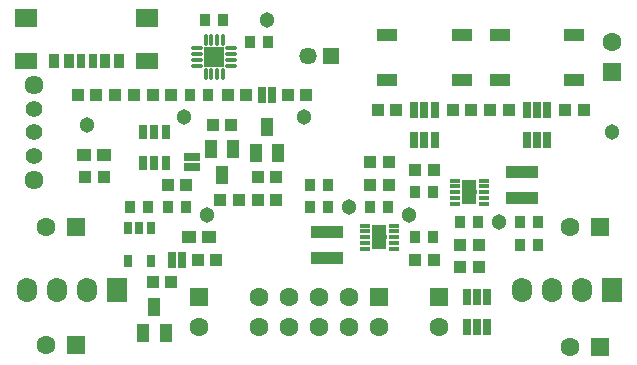
<source format=gts>
G04*
G04 #@! TF.GenerationSoftware,Altium Limited,Altium Designer,24.2.2 (26)*
G04*
G04 Layer_Color=8388736*
%FSLAX25Y25*%
%MOIN*%
G70*
G04*
G04 #@! TF.SameCoordinates,5F421DDB-3BC7-4088-8A48-602F4A50BB0D*
G04*
G04*
G04 #@! TF.FilePolarity,Negative*
G04*
G01*
G75*
%ADD35R,0.03550X0.04416*%
%ADD36R,0.04731X0.04337*%
G04:AMPARAMS|DCode=37|XSize=35.89mil|YSize=14.63mil|CornerRadius=3.33mil|HoleSize=0mil|Usage=FLASHONLY|Rotation=180.000|XOffset=0mil|YOffset=0mil|HoleType=Round|Shape=RoundedRectangle|*
%AMROUNDEDRECTD37*
21,1,0.03589,0.00797,0,0,180.0*
21,1,0.02923,0.01463,0,0,180.0*
1,1,0.00666,-0.01462,0.00399*
1,1,0.00666,0.01462,0.00399*
1,1,0.00666,0.01462,-0.00399*
1,1,0.00666,-0.01462,-0.00399*
%
%ADD37ROUNDEDRECTD37*%
%ADD38R,0.05124X0.08274*%
%ADD39R,0.11030X0.04337*%
%ADD40R,0.04101X0.04416*%
%ADD41C,0.05124*%
G04:AMPARAMS|DCode=42|XSize=29mil|YSize=54mil|CornerRadius=4.5mil|HoleSize=0mil|Usage=FLASHONLY|Rotation=180.000|XOffset=0mil|YOffset=0mil|HoleType=Round|Shape=RoundedRectangle|*
%AMROUNDEDRECTD42*
21,1,0.02900,0.04500,0,0,180.0*
21,1,0.02000,0.05400,0,0,180.0*
1,1,0.00900,-0.01000,0.02250*
1,1,0.00900,0.01000,0.02250*
1,1,0.00900,0.01000,-0.02250*
1,1,0.00900,-0.01000,-0.02250*
%
%ADD42ROUNDEDRECTD42*%
%ADD43R,0.04337X0.05912*%
G04:AMPARAMS|DCode=44|XSize=29mil|YSize=54mil|CornerRadius=4.5mil|HoleSize=0mil|Usage=FLASHONLY|Rotation=270.000|XOffset=0mil|YOffset=0mil|HoleType=Round|Shape=RoundedRectangle|*
%AMROUNDEDRECTD44*
21,1,0.02900,0.04500,0,0,270.0*
21,1,0.02000,0.05400,0,0,270.0*
1,1,0.00900,-0.02250,-0.01000*
1,1,0.00900,-0.02250,0.01000*
1,1,0.00900,0.02250,0.01000*
1,1,0.00900,0.02250,-0.01000*
%
%ADD44ROUNDEDRECTD44*%
%ADD45R,0.03156X0.05124*%
%ADD46R,0.03392X0.05124*%
%ADD47R,0.03550X0.05124*%
%ADD48R,0.07487X0.05715*%
%ADD49R,0.07487X0.06306*%
%ADD50R,0.02762X0.04928*%
%ADD51R,0.02762X0.03943*%
%ADD52R,0.07014X0.07014*%
G04:AMPARAMS|DCode=53|XSize=37.86mil|YSize=14.24mil|CornerRadius=3.28mil|HoleSize=0mil|Usage=FLASHONLY|Rotation=180.000|XOffset=0mil|YOffset=0mil|HoleType=Round|Shape=RoundedRectangle|*
%AMROUNDEDRECTD53*
21,1,0.03786,0.00768,0,0,180.0*
21,1,0.03130,0.01424,0,0,180.0*
1,1,0.00656,-0.01565,0.00384*
1,1,0.00656,0.01565,0.00384*
1,1,0.00656,0.01565,-0.00384*
1,1,0.00656,-0.01565,-0.00384*
%
%ADD53ROUNDEDRECTD53*%
G04:AMPARAMS|DCode=54|XSize=37.86mil|YSize=14.24mil|CornerRadius=3.28mil|HoleSize=0mil|Usage=FLASHONLY|Rotation=270.000|XOffset=0mil|YOffset=0mil|HoleType=Round|Shape=RoundedRectangle|*
%AMROUNDEDRECTD54*
21,1,0.03786,0.00768,0,0,270.0*
21,1,0.03130,0.01424,0,0,270.0*
1,1,0.00656,-0.00384,-0.01565*
1,1,0.00656,-0.00384,0.01565*
1,1,0.00656,0.00384,0.01565*
1,1,0.00656,0.00384,-0.01565*
%
%ADD54ROUNDEDRECTD54*%
%ADD55R,0.07093X0.04337*%
%ADD56C,0.06306*%
%ADD57R,0.06306X0.06306*%
%ADD58R,0.06699X0.08274*%
%ADD59O,0.06699X0.08274*%
%ADD60R,0.06306X0.06306*%
%ADD61C,0.05550*%
%ADD62C,0.06337*%
%ADD63R,0.05786X0.05786*%
%ADD64C,0.05786*%
%ADD65C,0.02169*%
D35*
X62012Y100000D02*
D03*
X67988D02*
D03*
X60488Y62500D02*
D03*
X54512D02*
D03*
X177988Y50000D02*
D03*
X172012D02*
D03*
X177988Y57500D02*
D03*
X172012D02*
D03*
X152012D02*
D03*
X157988D02*
D03*
X142988Y52500D02*
D03*
X137012D02*
D03*
Y67500D02*
D03*
X142988D02*
D03*
X127988Y62500D02*
D03*
X122012D02*
D03*
X102012Y70000D02*
D03*
X107988D02*
D03*
X102012Y62500D02*
D03*
X107988D02*
D03*
X47988D02*
D03*
X42012D02*
D03*
X87988Y117500D02*
D03*
X82012D02*
D03*
X72988Y125000D02*
D03*
X67012D02*
D03*
D36*
X61654Y52500D02*
D03*
X68347Y52500D02*
D03*
X33346Y80000D02*
D03*
X26654D02*
D03*
D37*
X159724Y63563D02*
D03*
X150276Y71437D02*
D03*
X159724Y65531D02*
D03*
Y67500D02*
D03*
Y69468D02*
D03*
Y71437D02*
D03*
X150276Y69468D02*
D03*
Y67500D02*
D03*
Y65531D02*
D03*
Y63563D02*
D03*
X120276Y56437D02*
D03*
X129724Y48563D02*
D03*
X120276Y54469D02*
D03*
Y52500D02*
D03*
Y50532D02*
D03*
Y48563D02*
D03*
X129724Y50532D02*
D03*
Y52500D02*
D03*
Y54469D02*
D03*
Y56437D02*
D03*
D38*
X155000Y67500D02*
D03*
X125000Y52500D02*
D03*
D39*
X172500Y65669D02*
D03*
Y74331D02*
D03*
X107500Y45669D02*
D03*
Y54331D02*
D03*
D40*
X94390Y100000D02*
D03*
X100610D02*
D03*
X186890Y95000D02*
D03*
X193110D02*
D03*
X30610Y100000D02*
D03*
X24390D02*
D03*
X36890D02*
D03*
X43110D02*
D03*
X55610D02*
D03*
X49390D02*
D03*
X26890Y72500D02*
D03*
X33110D02*
D03*
X69390Y90000D02*
D03*
X75610D02*
D03*
X124390Y95000D02*
D03*
X130610D02*
D03*
X149390D02*
D03*
X155610D02*
D03*
X161890D02*
D03*
X168110D02*
D03*
X158110Y42500D02*
D03*
X151890Y42500D02*
D03*
Y50000D02*
D03*
X158110D02*
D03*
X143110Y45000D02*
D03*
X136890D02*
D03*
X136890Y75000D02*
D03*
X143110Y75000D02*
D03*
X128110Y70000D02*
D03*
X121890D02*
D03*
X121890Y77500D02*
D03*
X128110D02*
D03*
X49390Y37500D02*
D03*
X55610D02*
D03*
X60610Y70000D02*
D03*
X54390D02*
D03*
X70610Y45000D02*
D03*
X64390Y45000D02*
D03*
X84390Y72500D02*
D03*
X90610D02*
D03*
X84390Y65000D02*
D03*
X90610D02*
D03*
X71890D02*
D03*
X78110D02*
D03*
X74390Y100000D02*
D03*
X80610D02*
D03*
D41*
X27500Y90000D02*
D03*
X60000Y92500D02*
D03*
X202500Y87500D02*
D03*
X135000Y60000D02*
D03*
X165000Y57500D02*
D03*
X115000Y62500D02*
D03*
X67500Y60000D02*
D03*
X100000Y92500D02*
D03*
X87500Y125000D02*
D03*
D42*
X143400Y95000D02*
D03*
X136600D02*
D03*
X140000D02*
D03*
X143400Y85000D02*
D03*
X136600D02*
D03*
X140000D02*
D03*
X180900Y95000D02*
D03*
X174100D02*
D03*
X177500D02*
D03*
X180900Y85000D02*
D03*
X174100D02*
D03*
X177500D02*
D03*
X157500Y22500D02*
D03*
X154100D02*
D03*
X160900D02*
D03*
X157500Y32500D02*
D03*
X154100D02*
D03*
X160900D02*
D03*
X59200Y45000D02*
D03*
X55800D02*
D03*
X85800Y100000D02*
D03*
X89200D02*
D03*
D43*
X46260Y20669D02*
D03*
X53740D02*
D03*
X50000Y29331D02*
D03*
X76240Y81831D02*
D03*
X68760D02*
D03*
X72500Y73169D02*
D03*
X83760Y80669D02*
D03*
X91240D02*
D03*
X87500Y89331D02*
D03*
D44*
X62500Y79200D02*
D03*
Y75800D02*
D03*
D45*
X25532Y111189D02*
D03*
X29469D02*
D03*
D46*
X21516D02*
D03*
X33484D02*
D03*
D47*
X16673D02*
D03*
X38327D02*
D03*
D48*
X47677Y111406D02*
D03*
X7323D02*
D03*
D49*
Y125500D02*
D03*
X47677D02*
D03*
D50*
X46260Y77382D02*
D03*
X50000D02*
D03*
X53740D02*
D03*
Y87618D02*
D03*
X50000D02*
D03*
X46260D02*
D03*
D51*
X48740Y55512D02*
D03*
X45000D02*
D03*
X41260D02*
D03*
Y44488D02*
D03*
X48740D02*
D03*
D52*
X70000Y112500D02*
D03*
D53*
X64350Y109547D02*
D03*
Y111516D02*
D03*
Y113484D02*
D03*
Y115453D02*
D03*
X75650D02*
D03*
Y113484D02*
D03*
Y111516D02*
D03*
Y109547D02*
D03*
D54*
X72953Y106850D02*
D03*
X70984D02*
D03*
X69016D02*
D03*
X67047D02*
D03*
Y118150D02*
D03*
X69016D02*
D03*
X70984D02*
D03*
X72953D02*
D03*
D55*
X152402Y119980D02*
D03*
X127598D02*
D03*
Y105020D02*
D03*
X152402D02*
D03*
X189902Y119980D02*
D03*
X165098D02*
D03*
Y105020D02*
D03*
X189902D02*
D03*
D56*
X202500Y117500D02*
D03*
X85000Y22500D02*
D03*
Y32500D02*
D03*
X95000D02*
D03*
X115000Y22500D02*
D03*
X105000D02*
D03*
X125000D02*
D03*
X95000D02*
D03*
X105000Y32500D02*
D03*
X115000D02*
D03*
X145000Y22500D02*
D03*
X65000D02*
D03*
X188500Y16000D02*
D03*
Y56000D02*
D03*
X14000Y16500D02*
D03*
Y56000D02*
D03*
D57*
X202500Y107500D02*
D03*
X145000Y32500D02*
D03*
X65000D02*
D03*
D58*
X37500Y35000D02*
D03*
X202500D02*
D03*
D59*
X27500D02*
D03*
X17500D02*
D03*
X7500D02*
D03*
X192500D02*
D03*
X182500D02*
D03*
X172500D02*
D03*
D60*
X125000Y32500D02*
D03*
X198500Y16000D02*
D03*
Y56000D02*
D03*
X24000Y16500D02*
D03*
Y56000D02*
D03*
D61*
X10000Y79626D02*
D03*
Y87500D02*
D03*
Y95374D02*
D03*
D62*
Y71752D02*
D03*
Y103248D02*
D03*
D63*
X108937Y112835D02*
D03*
D64*
X101063D02*
D03*
D65*
X156378Y67500D02*
D03*
X155000Y70453D02*
D03*
X153622Y67500D02*
D03*
X155000Y64547D02*
D03*
X123622Y52500D02*
D03*
X125000Y49547D02*
D03*
X126378Y52500D02*
D03*
X125000Y55453D02*
D03*
M02*

</source>
